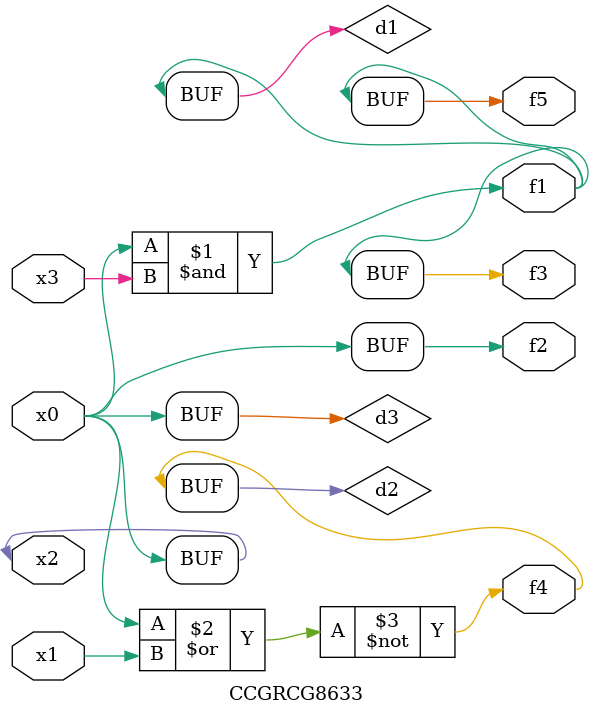
<source format=v>
module CCGRCG8633(
	input x0, x1, x2, x3,
	output f1, f2, f3, f4, f5
);

	wire d1, d2, d3;

	and (d1, x2, x3);
	nor (d2, x0, x1);
	buf (d3, x0, x2);
	assign f1 = d1;
	assign f2 = d3;
	assign f3 = d1;
	assign f4 = d2;
	assign f5 = d1;
endmodule

</source>
